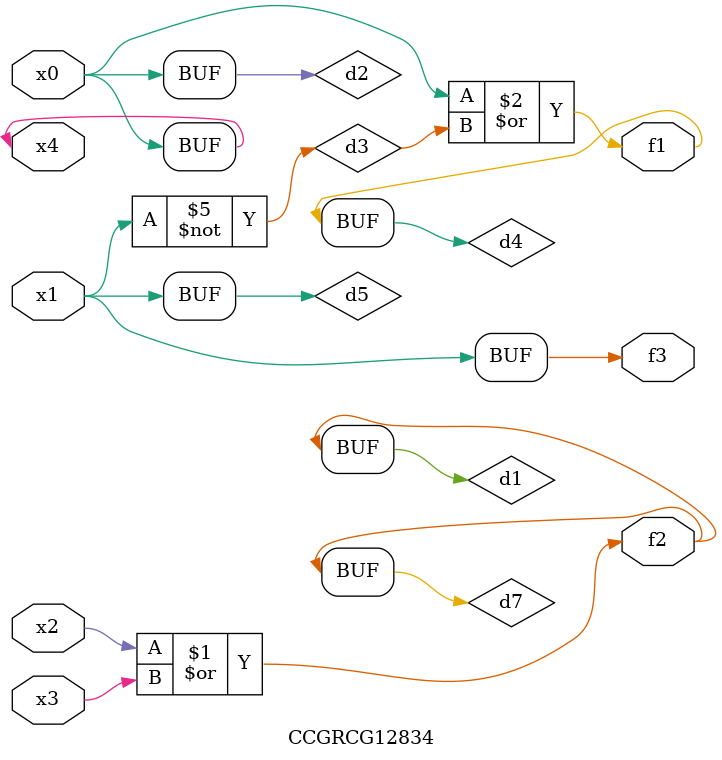
<source format=v>
module CCGRCG12834(
	input x0, x1, x2, x3, x4,
	output f1, f2, f3
);

	wire d1, d2, d3, d4, d5, d6, d7;

	or (d1, x2, x3);
	buf (d2, x0, x4);
	not (d3, x1);
	or (d4, d2, d3);
	not (d5, d3);
	nand (d6, d1, d3);
	or (d7, d1);
	assign f1 = d4;
	assign f2 = d7;
	assign f3 = d5;
endmodule

</source>
